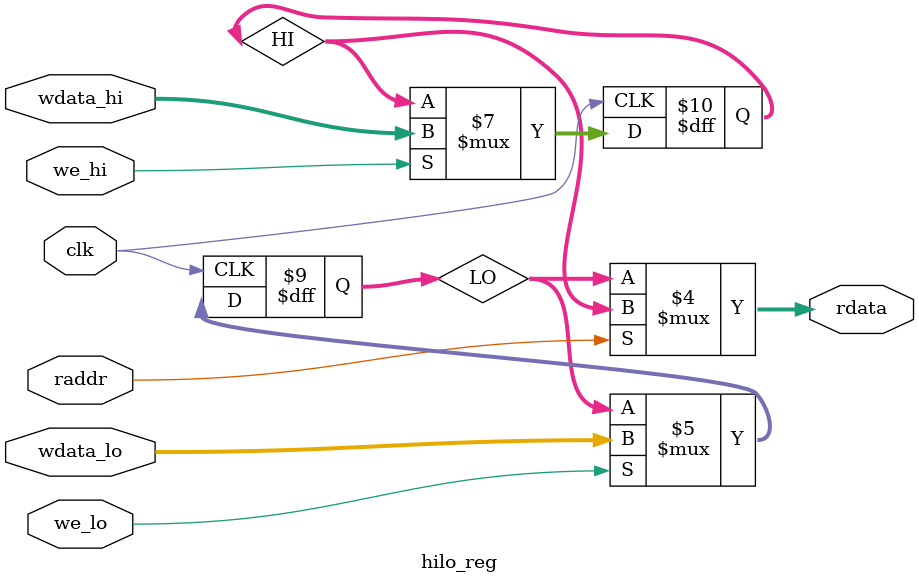
<source format=v>
module hilo_reg(
    input         clk,
    // READ PORT
    input         raddr,    //1 for HI_reg, 0 for LO_reg
    output [31:0] rdata,
    // WRITE PORT for HI
    input         we_hi,       
    input  [31:0] wdata_hi,
    // WRITE PORT for LO
    input         we_lo,       
    input  [31:0] wdata_lo
);
reg [31:0] HI;
reg [31:0] LO;

//WRITE HI
always @(posedge clk) begin
    if (we_hi) HI<= wdata_hi;
end

//WRITE LO
always @(posedge clk) begin
    if (we_lo) LO<= wdata_lo;
end

//READ OUT
assign rdata = (raddr==1'b1) ? HI : LO;

endmodule
</source>
